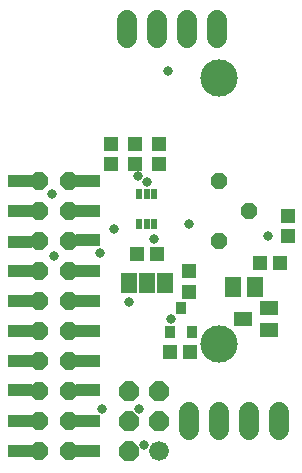
<source format=gts>
G75*
%MOIN*%
%OFA0B0*%
%FSLAX24Y24*%
%IPPOS*%
%LPD*%
%AMOC8*
5,1,8,0,0,1.08239X$1,22.5*
%
%ADD10C,0.1241*%
%ADD11C,0.0660*%
%ADD12C,0.0660*%
%ADD13OC8,0.0660*%
%ADD14OC8,0.0600*%
%ADD15R,0.0820X0.0440*%
%ADD16R,0.0611X0.0454*%
%ADD17R,0.0493X0.0454*%
%ADD18R,0.0572X0.0651*%
%ADD19OC8,0.0540*%
%ADD20R,0.0454X0.0493*%
%ADD21R,0.0520X0.0690*%
%ADD22R,0.0220X0.0380*%
%ADD23R,0.0370X0.0410*%
%ADD24C,0.0330*%
D10*
X007650Y004285D03*
X007650Y013144D03*
D11*
X007600Y014464D02*
X007600Y015064D01*
X006600Y015064D02*
X006600Y014464D01*
X005600Y014464D02*
X005600Y015064D01*
X004600Y015064D02*
X004600Y014464D01*
X006650Y002014D02*
X006650Y001414D01*
X007650Y001414D02*
X007650Y002014D01*
X008650Y002014D02*
X008650Y001414D01*
X009650Y001414D02*
X009650Y002014D01*
D12*
X005650Y000714D03*
D13*
X005650Y001714D03*
X005650Y002714D03*
X004650Y002714D03*
X004650Y001714D03*
X004650Y000714D03*
D14*
X002650Y000714D03*
X002650Y001714D03*
X002650Y002714D03*
X002650Y003714D03*
X002650Y004714D03*
X002650Y005714D03*
X002650Y006714D03*
X002650Y007714D03*
X002650Y008714D03*
X002650Y009714D03*
X001650Y009714D03*
X001650Y008714D03*
X001650Y007714D03*
X001650Y006714D03*
X001650Y005714D03*
X001650Y004714D03*
X001650Y003714D03*
X001650Y002714D03*
X001650Y001714D03*
X001650Y000714D03*
D15*
X001008Y000726D03*
X001008Y001710D03*
X001008Y002734D03*
X001008Y003718D03*
X001008Y004703D03*
X001008Y005726D03*
X001008Y006710D03*
X001008Y007695D03*
X001008Y008718D03*
X001008Y009703D03*
X003292Y009703D03*
X003292Y008718D03*
X003292Y007734D03*
X003292Y006710D03*
X003292Y005726D03*
X003292Y004703D03*
X003292Y003718D03*
X003292Y002734D03*
X003292Y001710D03*
X003292Y000726D03*
D16*
X008467Y005114D03*
X009333Y004740D03*
X009333Y005488D03*
D17*
X009015Y006964D03*
X009685Y006964D03*
X009950Y007880D03*
X009950Y008549D03*
X006685Y004014D03*
X006015Y004014D03*
X005585Y007264D03*
X004915Y007264D03*
X004850Y010280D03*
X004850Y010949D03*
X004050Y010949D03*
X004050Y010280D03*
X005650Y010280D03*
X005650Y010949D03*
D18*
X008126Y006164D03*
X008874Y006164D03*
D19*
X007650Y007714D03*
X008650Y008714D03*
X007650Y009714D03*
D20*
X006650Y006699D03*
X006650Y006030D03*
D21*
X005850Y006314D03*
X005250Y006314D03*
X004650Y006314D03*
D22*
X005000Y008264D03*
X005250Y008264D03*
X005500Y008264D03*
X005500Y009264D03*
X005250Y009264D03*
X005000Y009264D03*
D23*
X006390Y005464D03*
X006010Y004664D03*
X006770Y004664D03*
D24*
X006050Y005114D03*
X004650Y005664D03*
X003700Y007314D03*
X004150Y008114D03*
X005250Y009664D03*
X004950Y009864D03*
X005500Y007764D03*
X006650Y008264D03*
X009300Y007864D03*
X005950Y013364D03*
X002100Y009264D03*
X002150Y007214D03*
X003750Y002114D03*
X005000Y002114D03*
X005150Y000914D03*
M02*

</source>
